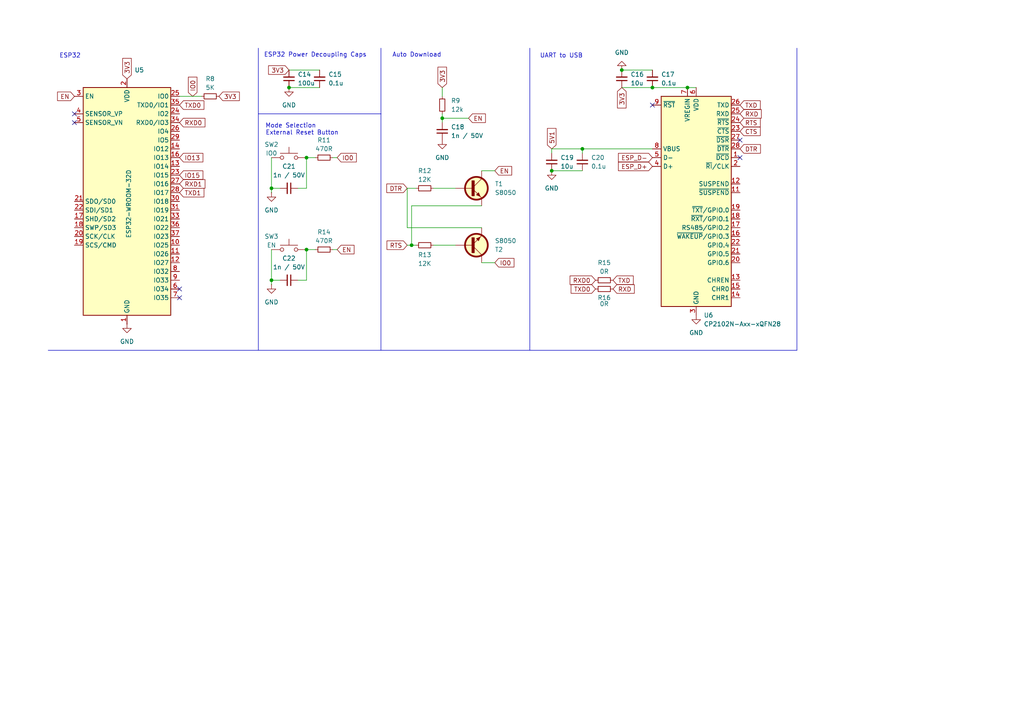
<source format=kicad_sch>
(kicad_sch (version 20231120) (generator "eeschema") (generator_version "8.0")
  (paper "A4")
  (lib_symbols
    (symbol "Device:C_Small" (pin_numbers hide) (pin_names (offset 0.254) hide)
      (property "Reference" "C" (at 0.254 1.778 0))
      (property "Value" "C_Small" (at 0.254 -2.032 0))
      (symbol "C_Small_0_1"
        (polyline (pts (xy -1.524 -0.508) (xy 1.524 -0.508)) (stroke (width 0.3302)))
        (polyline (pts (xy -1.524 0.508) (xy 1.524 0.508)) (stroke (width 0.3048)))
      )
      (symbol "C_Small_1_1"
        (pin passive line (at 0 2.54 270) (length 2.032) (name "~") (number "1"))
        (pin passive line (at 0 -2.54 90) (length 2.032) (name "~") (number "2"))
      )
    )
    (symbol "Device:R_Small" (pin_numbers hide) (pin_names (offset 0.254) hide)
      (property "Reference" "R" (at 0.762 0.508 0))
      (property "Value" "R_Small" (at 0.762 -1.016 0))
      (symbol "R_Small_0_1"
        (rectangle (start -0.762 1.778) (end 0.762 -1.778) (stroke (width 0.2032)))
      )
      (symbol "R_Small_1_1"
        (pin passive line (at 0 2.54 270) (length 0.762) (name "~") (number "1"))
        (pin passive line (at 0 -2.54 90) (length 0.762) (name "~") (number "2"))
      )
    )
    (symbol "Interface_USB:CP2102N-Axx-xQFN28"
      (property "Reference" "U" (at -8.89 31.75 0))
      (property "Value" "CP2102N-Axx-xQFN28" (at 12.7 31.75 0))
      (symbol "CP2102N-Axx-xQFN28_0_1"
        (rectangle (start -10.16 30.48) (end 10.16 -30.48) (stroke (width 0.254)) (fill (type background)))
      )
      (symbol "CP2102N-Axx-xQFN28_1_1"
        (pin input line (at 12.7 12.7 180) (length 2.54) (name "~{DCD}") (number "1"))
        (pin no_connect line (at -10.16 -27.94 0) (length 2.54) hide (name "NC") (number "10"))
        (pin output line (at 12.7 2.54 180) (length 2.54) (name "~{SUSPEND}") (number "11"))
        (pin output line (at 12.7 5.08 180) (length 2.54) (name "SUSPEND") (number "12"))
        (pin output line (at 12.7 -22.86 180) (length 2.54) (name "CHREN") (number "13"))
        (pin output line (at 12.7 -27.94 180) (length 2.54) (name "CHR1") (number "14"))
        (pin output line (at 12.7 -25.4 180) (length 2.54) (name "CHR0") (number "15"))
        (pin bidirectional line (at 12.7 -10.16 180) (length 2.54) (name "~{WAKEUP}/GPIO.3") (number "16"))
        (pin bidirectional line (at 12.7 -7.62 180) (length 2.54) (name "RS485/GPIO.2") (number "17"))
        (pin bidirectional line (at 12.7 -5.08 180) (length 2.54) (name "~{RXT}/GPIO.1") (number "18"))
        (pin bidirectional line (at 12.7 -2.54 180) (length 2.54) (name "~{TXT}/GPIO.0") (number "19"))
        (pin bidirectional line (at 12.7 10.16 180) (length 2.54) (name "~{RI}/CLK") (number "2"))
        (pin bidirectional line (at 12.7 -17.78 180) (length 2.54) (name "GPIO.6") (number "20"))
        (pin bidirectional line (at 12.7 -15.24 180) (length 2.54) (name "GPIO.5") (number "21"))
        (pin bidirectional line (at 12.7 -12.7 180) (length 2.54) (name "GPIO.4") (number "22"))
        (pin input line (at 12.7 20.32 180) (length 2.54) (name "~{CTS}") (number "23"))
        (pin output line (at 12.7 22.86 180) (length 2.54) (name "~{RTS}") (number "24"))
        (pin input line (at 12.7 25.4 180) (length 2.54) (name "RXD") (number "25"))
        (pin output line (at 12.7 27.94 180) (length 2.54) (name "TXD") (number "26"))
        (pin input line (at 12.7 17.78 180) (length 2.54) (name "~{DSR}") (number "27"))
        (pin output line (at 12.7 15.24 180) (length 2.54) (name "~{DTR}") (number "28"))
        (pin passive line (at 0 -33.02 90) (length 2.54) hide (name "GND") (number "29"))
        (pin power_in line (at 0 -33.02 90) (length 2.54) (name "GND") (number "3"))
        (pin bidirectional line (at -12.7 10.16 0) (length 2.54) (name "D+") (number "4"))
        (pin bidirectional line (at -12.7 12.7 0) (length 2.54) (name "D-") (number "5"))
        (pin power_in line (at 0 33.02 270) (length 2.54) (name "VDD") (number "6"))
        (pin power_in line (at -2.54 33.02 270) (length 2.54) (name "VREGIN") (number "7"))
        (pin input line (at -12.7 15.24 0) (length 2.54) (name "VBUS") (number "8"))
        (pin input line (at -12.7 27.94 0) (length 2.54) (name "~{RST}") (number "9"))
      )
    )
    (symbol "PCM_Elektuur:T-BJT-NPN" (pin_numbers hide) (pin_names (offset 0) hide)
      (property "Reference" "T" (at 3.175 3.81 0))
      (property "Value" "T-BJT-NPN" (at 3.175 -3.81 0))
      (symbol "T-BJT-NPN_1_0"
        (polyline (pts (xy 2.54 -2.794) (xy 0.381 -0.635)))
        (polyline (pts (xy 2.54 2.794) (xy 0.381 0.635)))
        (polyline (pts (xy 2.1082 -2.3622) (xy 1.651 -1.27) (xy 1.016 -1.905) (xy 2.1082 -2.3622)) (fill (type outline)))
        (pin passive line (at 2.54 5.08 270) (length 2.286) (name "C") (number "1"))
        (pin passive line (at -5.08 0 0) (length 4.826) (name "B") (number "2"))
        (pin passive line (at 2.54 -5.08 90) (length 2.286) (name "E") (number "3"))
      )
      (symbol "T-BJT-NPN_1_1"
        (rectangle (start -0.254 2.159) (end 0.381 -2.159) (stroke (width 0.254)) (fill (type outline)))
        (circle (center 1.016 0) (radius 3.302) (stroke (width 0.508)) (fill (type background)))
      )
      (symbol "T-BJT-NPN_1_2"
        (rectangle (start -0.254 2.159) (end 0.381 -2.159) (stroke (width 0.254)) (fill (type outline)))
      )
    )
    (symbol "RF_Module:ESP32-WROOM-32D"
      (property "Reference" "U" (at -12.7 34.29 0))
      (property "Value" "ESP32-WROOM-32D" (at 1.27 34.29 0))
      (symbol "ESP32-WROOM-32D_0_1"
        (rectangle (start -12.7 33.02) (end 12.7 -33.02) (stroke (width 0.254)) (fill (type background)))
      )
      (symbol "ESP32-WROOM-32D_1_1"
        (pin power_in line (at 0 -35.56 90) (length 2.54) (name "GND") (number "1"))
        (pin bidirectional line (at 15.24 -12.7 180) (length 2.54) (name "IO25") (number "10"))
        (pin bidirectional line (at 15.24 -15.24 180) (length 2.54) (name "IO26") (number "11"))
        (pin bidirectional line (at 15.24 -17.78 180) (length 2.54) (name "IO27") (number "12"))
        (pin bidirectional line (at 15.24 10.16 180) (length 2.54) (name "IO14") (number "13"))
        (pin bidirectional line (at 15.24 15.24 180) (length 2.54) (name "IO12") (number "14"))
        (pin passive line (at 0 -35.56 90) (length 2.54) hide (name "GND") (number "15"))
        (pin bidirectional line (at 15.24 12.7 180) (length 2.54) (name "IO13") (number "16"))
        (pin bidirectional line (at -15.24 -5.08 0) (length 2.54) (name "SHD/SD2") (number "17"))
        (pin bidirectional line (at -15.24 -7.62 0) (length 2.54) (name "SWP/SD3") (number "18"))
        (pin bidirectional line (at -15.24 -12.7 0) (length 2.54) (name "SCS/CMD") (number "19"))
        (pin power_in line (at 0 35.56 270) (length 2.54) (name "VDD") (number "2"))
        (pin bidirectional line (at -15.24 -10.16 0) (length 2.54) (name "SCK/CLK") (number "20"))
        (pin bidirectional line (at -15.24 0 0) (length 2.54) (name "SDO/SD0") (number "21"))
        (pin bidirectional line (at -15.24 -2.54 0) (length 2.54) (name "SDI/SD1") (number "22"))
        (pin bidirectional line (at 15.24 7.62 180) (length 2.54) (name "IO15") (number "23"))
        (pin bidirectional line (at 15.24 25.4 180) (length 2.54) (name "IO2") (number "24"))
        (pin bidirectional line (at 15.24 30.48 180) (length 2.54) (name "IO0") (number "25"))
        (pin bidirectional line (at 15.24 20.32 180) (length 2.54) (name "IO4") (number "26"))
        (pin bidirectional line (at 15.24 5.08 180) (length 2.54) (name "IO16") (number "27"))
        (pin bidirectional line (at 15.24 2.54 180) (length 2.54) (name "IO17") (number "28"))
        (pin bidirectional line (at 15.24 17.78 180) (length 2.54) (name "IO5") (number "29"))
        (pin input line (at -15.24 30.48 0) (length 2.54) (name "EN") (number "3"))
        (pin bidirectional line (at 15.24 0 180) (length 2.54) (name "IO18") (number "30"))
        (pin bidirectional line (at 15.24 -2.54 180) (length 2.54) (name "IO19") (number "31"))
        (pin no_connect line (at -12.7 -27.94 0) (length 2.54) hide (name "NC") (number "32"))
        (pin bidirectional line (at 15.24 -5.08 180) (length 2.54) (name "IO21") (number "33"))
        (pin bidirectional line (at 15.24 22.86 180) (length 2.54) (name "RXD0/IO3") (number "34"))
        (pin bidirectional line (at 15.24 27.94 180) (length 2.54) (name "TXD0/IO1") (number "35"))
        (pin bidirectional line (at 15.24 -7.62 180) (length 2.54) (name "IO22") (number "36"))
        (pin bidirectional line (at 15.24 -10.16 180) (length 2.54) (name "IO23") (number "37"))
        (pin passive line (at 0 -35.56 90) (length 2.54) hide (name "GND") (number "38"))
        (pin passive line (at 0 -35.56 90) (length 2.54) hide (name "GND") (number "39"))
        (pin input line (at -15.24 25.4 0) (length 2.54) (name "SENSOR_VP") (number "4"))
        (pin input line (at -15.24 22.86 0) (length 2.54) (name "SENSOR_VN") (number "5"))
        (pin input line (at 15.24 -25.4 180) (length 2.54) (name "IO34") (number "6"))
        (pin input line (at 15.24 -27.94 180) (length 2.54) (name "IO35") (number "7"))
        (pin bidirectional line (at 15.24 -20.32 180) (length 2.54) (name "IO32") (number "8"))
        (pin bidirectional line (at 15.24 -22.86 180) (length 2.54) (name "IO33") (number "9"))
      )
    )
    (symbol "Switch:SW_Push" (pin_numbers hide) (pin_names (offset 1.016) hide)
      (property "Reference" "SW" (at 1.27 2.54 0))
      (property "Value" "SW_Push" (at 0 -1.524 0))
      (symbol "SW_Push_0_1"
        (circle (center -2.032 0) (radius 0.508))
        (polyline (pts (xy 0 1.27) (xy 0 3.048)))
        (polyline (pts (xy 2.54 1.27) (xy -2.54 1.27)))
        (circle (center 2.032 0) (radius 0.508))
        (pin passive line (at -5.08 0 0) (length 2.54) (name "1") (number "1"))
        (pin passive line (at 5.08 0 180) (length 2.54) (name "2") (number "2"))
      )
    )
    (symbol "power:GND" (power) (pin_numbers hide) (pin_names (offset 0) hide)
      (property "Value" "GND" (at 0 -3.81 0))
      (symbol "GND_0_1"
        (polyline (pts (xy 0 0) (xy 0 -1.27) (xy 1.27 -1.27) (xy 0 -2.54) (xy -1.27 -1.27) (xy 0 -1.27)))
      )
      (symbol "GND_1_1"
        (pin power_in line (at 0 0 270) (length 0) (name "~") (number "1"))
      )
    )
  )
  (junction (at 160.02 49.53))
  (junction (at 128.27 34.29))
  (junction (at 180.34 20.32))
  (junction (at 78.74 54.61))
  (junction (at 83.82 25.4))
  (junction (at 168.91 43.18))
  (junction (at 78.74 81.28))
  (junction (at 119.38 71.12))
  (junction (at 199.39 25.4))
  (junction (at 88.9 72.39))
  (junction (at 88.9 45.72))
  (junction (at 189.23 25.4))
  (no_connect (at 214.63 40.64))
  (no_connect (at 214.63 45.72))
  (no_connect (at 21.59 35.56))
  (no_connect (at 52.07 86.36))
  (no_connect (at 52.07 83.82))
  (no_connect (at 189.23 30.48))
  (no_connect (at 21.59 33.02))
  (wire (pts (xy 118.11 71.12) (xy 119.38 71.12)))
  (wire (pts (xy 119.38 59.69) (xy 119.38 71.12)))
  (wire (pts (xy 128.27 34.29) (xy 128.27 35.56)))
  (wire (pts (xy 78.74 54.61) (xy 78.74 55.88)))
  (wire (pts (xy 135.89 34.29) (xy 128.27 34.29)))
  (polyline (pts (xy 13.97 101.6) (xy 74.93 101.6)))
  (wire (pts (xy 139.7 66.04) (xy 118.11 66.04)))
  (wire (pts (xy 86.36 81.28) (xy 88.9 81.28)))
  (wire (pts (xy 189.23 25.4) (xy 199.39 25.4)))
  (polyline (pts (xy 74.93 33.02) (xy 110.49 33.02)))
  (wire (pts (xy 199.39 25.4) (xy 201.93 25.4)))
  (wire (pts (xy 118.11 66.04) (xy 118.11 54.61)))
  (wire (pts (xy 78.74 72.39) (xy 78.74 81.28)))
  (wire (pts (xy 160.02 43.18) (xy 168.91 43.18)))
  (wire (pts (xy 78.74 81.28) (xy 78.74 82.55)))
  (polyline (pts (xy 153.67 13.97) (xy 153.67 101.6)))
  (wire (pts (xy 118.11 54.61) (xy 120.65 54.61)))
  (polyline (pts (xy 110.49 101.6) (xy 153.67 101.6)))
  (wire (pts (xy 119.38 71.12) (xy 120.65 71.12)))
  (polyline (pts (xy 74.93 13.97) (xy 74.93 101.6)))
  (polyline (pts (xy 110.49 101.6) (xy 110.49 33.02)))
  (wire (pts (xy 128.27 33.02) (xy 128.27 34.29)))
  (polyline (pts (xy 74.93 101.6) (xy 110.49 101.6)))
  (wire (pts (xy 168.91 43.18) (xy 168.91 44.45)))
  (polyline (pts (xy 153.67 101.6) (xy 231.14 101.6)))
  (wire (pts (xy 143.51 49.53) (xy 139.7 49.53)))
  (wire (pts (xy 81.28 54.61) (xy 78.74 54.61)))
  (wire (pts (xy 88.9 45.72) (xy 91.44 45.72)))
  (wire (pts (xy 97.79 72.39) (xy 96.52 72.39)))
  (wire (pts (xy 88.9 81.28) (xy 88.9 72.39)))
  (wire (pts (xy 189.23 43.18) (xy 168.91 43.18)))
  (polyline (pts (xy 231.14 13.97) (xy 231.14 101.6)))
  (wire (pts (xy 88.9 54.61) (xy 88.9 45.72)))
  (wire (pts (xy 128.27 25.4) (xy 128.27 27.94)))
  (wire (pts (xy 125.73 71.12) (xy 132.08 71.12)))
  (wire (pts (xy 180.34 20.32) (xy 189.23 20.32)))
  (wire (pts (xy 139.7 59.69) (xy 119.38 59.69)))
  (wire (pts (xy 83.82 25.4) (xy 92.71 25.4)))
  (wire (pts (xy 160.02 43.18) (xy 160.02 44.45)))
  (wire (pts (xy 97.79 45.72) (xy 96.52 45.72)))
  (polyline (pts (xy 110.49 13.97) (xy 110.49 33.02)))
  (wire (pts (xy 58.42 27.94) (xy 52.07 27.94)))
  (wire (pts (xy 81.28 81.28) (xy 78.74 81.28)))
  (wire (pts (xy 86.36 54.61) (xy 88.9 54.61)))
  (wire (pts (xy 143.51 76.2) (xy 139.7 76.2)))
  (wire (pts (xy 88.9 72.39) (xy 91.44 72.39)))
  (wire (pts (xy 125.73 54.61) (xy 132.08 54.61)))
  (wire (pts (xy 160.02 49.53) (xy 168.91 49.53)))
  (wire (pts (xy 83.82 20.32) (xy 92.71 20.32)))
  (wire (pts (xy 180.34 25.4) (xy 189.23 25.4)))
  (wire (pts (xy 78.74 45.72) (xy 78.74 54.61)))
  (text "Mode Selection" (at 84.328 36.576 0) (effects (font (size 1.27 1.27))))
  (text "ESP32 Power Decoupling Caps" (at 91.44 16.002 0) (effects (font (size 1.27 1.27))))
  (text "External Reset Button" (at 87.63 38.608 0) (effects (font (size 1.27 1.27))))
  (text "UART to USB" (at 162.814 16.256 0) (effects (font (size 1.27 1.27))))
  (text "Auto Download" (at 120.904 16.002 0) (effects (font (size 1.27 1.27))))
  (text "ESP32" (at 20.32 16.256 0) (effects (font (size 1.27 1.27))))
  (global_label "TXD" (shape input) (at 177.8 81.28 0) (property "Intersheetrefs" "${INTERSHEET_REFS}" (effects (hide yes))))
  (global_label "IO0" (shape input) (at 55.88 27.94 90) (property "Intersheetrefs" "${INTERSHEET_REFS}" (effects (hide yes))))
  (global_label "EN" (shape input) (at 97.79 72.39 0) (property "Intersheetrefs" "${INTERSHEET_REFS}" (effects (hide yes))))
  (global_label "EN" (shape input) (at 21.59 27.94 180) (property "Intersheetrefs" "${INTERSHEET_REFS}" (effects (hide yes))))
  (global_label "TXD1" (shape input) (at 52.07 55.88 0) (property "Intersheetrefs" "${INTERSHEET_REFS}" (effects (hide yes))))
  (global_label "RXD" (shape input) (at 177.8 83.82 0) (property "Intersheetrefs" "${INTERSHEET_REFS}" (effects (hide yes))))
  (global_label "3V3" (shape input) (at 83.82 20.32 180) (property "Intersheetrefs" "${INTERSHEET_REFS}" (effects (hide yes))))
  (global_label "CTS" (shape input) (at 214.63 38.1 0) (property "Intersheetrefs" "${INTERSHEET_REFS}" (effects (hide yes))))
  (global_label "RXD1" (shape input) (at 52.07 53.34 0) (property "Intersheetrefs" "${INTERSHEET_REFS}" (effects (hide yes))))
  (global_label "TXD" (shape input) (at 214.63 30.48 0) (property "Intersheetrefs" "${INTERSHEET_REFS}" (effects (hide yes))))
  (global_label "3V3" (shape input) (at 63.5 27.94 0) (property "Intersheetrefs" "${INTERSHEET_REFS}" (effects (hide yes))))
  (global_label "IO0" (shape input) (at 143.51 76.2 0) (property "Intersheetrefs" "${INTERSHEET_REFS}" (effects (hide yes))))
  (global_label "DTR" (shape input) (at 118.11 54.61 180) (property "Intersheetrefs" "${INTERSHEET_REFS}" (effects (hide yes))))
  (global_label "TXD0" (shape input) (at 52.07 30.48 0) (property "Intersheetrefs" "${INTERSHEET_REFS}" (effects (hide yes))))
  (global_label "3V3" (shape input) (at 36.83 22.86 90) (property "Intersheetrefs" "${INTERSHEET_REFS}" (effects (hide yes))))
  (global_label "RTS" (shape input) (at 118.11 71.12 180) (property "Intersheetrefs" "${INTERSHEET_REFS}" (effects (hide yes))))
  (global_label "RXD" (shape input) (at 214.63 33.02 0) (property "Intersheetrefs" "${INTERSHEET_REFS}" (effects (hide yes))))
  (global_label "RTS" (shape input) (at 214.63 35.56 0) (property "Intersheetrefs" "${INTERSHEET_REFS}" (effects (hide yes))))
  (global_label "ESP_D+" (shape input) (at 189.23 48.26 180) (property "Intersheetrefs" "${INTERSHEET_REFS}" (effects (hide yes))))
  (global_label "3V3" (shape input) (at 128.27 25.4 90) (property "Intersheetrefs" "${INTERSHEET_REFS}" (effects (hide yes))))
  (global_label "IO0" (shape input) (at 97.79 45.72 0) (property "Intersheetrefs" "${INTERSHEET_REFS}" (effects (hide yes))))
  (global_label "EN" (shape input) (at 143.51 49.53 0) (property "Intersheetrefs" "${INTERSHEET_REFS}" (effects (hide yes))))
  (global_label "TXD0" (shape input) (at 172.72 83.82 180) (property "Intersheetrefs" "${INTERSHEET_REFS}" (effects (hide yes))))
  (global_label "DTR" (shape input) (at 214.63 43.18 0) (property "Intersheetrefs" "${INTERSHEET_REFS}" (effects (hide yes))))
  (global_label "3V3" (shape input) (at 180.34 25.4 270) (property "Intersheetrefs" "${INTERSHEET_REFS}" (effects (hide yes))))
  (global_label "5V1" (shape input) (at 160.02 43.18 90) (property "Intersheetrefs" "${INTERSHEET_REFS}" (effects (hide yes))))
  (global_label "IO13" (shape input) (at 52.07 45.72 0) (property "Intersheetrefs" "${INTERSHEET_REFS}" (effects (hide yes))))
  (global_label "RXD0" (shape input) (at 172.72 81.28 180) (property "Intersheetrefs" "${INTERSHEET_REFS}" (effects (hide yes))))
  (global_label "ESP_D-" (shape input) (at 189.23 45.72 180) (property "Intersheetrefs" "${INTERSHEET_REFS}" (effects (hide yes))))
  (global_label "EN" (shape input) (at 135.89 34.29 0) (property "Intersheetrefs" "${INTERSHEET_REFS}" (effects (hide yes))))
  (global_label "IO15" (shape input) (at 52.07 50.8 0) (property "Intersheetrefs" "${INTERSHEET_REFS}" (effects (hide yes))))
  (global_label "RXD0" (shape input) (at 52.07 35.56 0) (property "Intersheetrefs" "${INTERSHEET_REFS}" (effects (hide yes))))
  (symbol (lib_id "power:GND") (at 78.74 55.88 0) (unit 1)
    (property "Reference" "#PWR021" (effects (hide yes)))
    (property "Value" "GND" (at 78.74 60.96 0))
    (property "Description" "Power symbol creates a global label with name \"GND\" , ground" (effects (hide yes)))
  )
  (symbol (lib_id "Device:R_Small") (at 93.98 45.72 270) (unit 1)
    (property "Reference" "R11" (at 93.98 40.64 90))
    (property "Value" "470R" (at 93.98 43.18 90))
    (property "Footprint" "Resistor_SMD:R_0805_2012Metric" (effects (hide yes)))
    (property "Description" "Resistor, small symbol" (effects (hide yes)))
  )
  (symbol (lib_id "power:GND") (at 78.74 82.55 0) (unit 1)
    (property "Reference" "#PWR022" (effects (hide yes)))
    (property "Value" "GND" (at 78.74 87.63 0))
    (property "Description" "Power symbol creates a global label with name \"GND\" , ground" (effects (hide yes)))
  )
  (symbol (lib_id "Device:R_Small") (at 128.27 30.48 180) (unit 1)
    (property "Reference" "R9" (at 130.81 29.2099 0) (effects (justify right)))
    (property "Value" "12k" (at 130.81 31.7499 0) (effects (justify right)))
    (property "Footprint" "Resistor_SMD:R_0805_2012Metric" (effects (hide yes)))
    (property "Description" "Resistor, small symbol" (effects (hide yes)))
  )
  (symbol (lib_id "Device:C_Small") (at 189.23 22.86 180) (unit 1)
    (property "Reference" "C17" (at 191.77 21.5835 0) (effects (justify right)))
    (property "Value" "0.1u" (at 191.77 24.1235 0) (effects (justify right)))
    (property "Footprint" "Capacitor_SMD:C_0805_2012Metric" (effects (hide yes)))
    (property "Description" "Unpolarized capacitor, small symbol" (effects (hide yes)))
  )
  (symbol (lib_id "power:GND") (at 160.02 49.53 0) (unit 1)
    (property "Reference" "#PWR020" (effects (hide yes)))
    (property "Value" "GND" (at 160.02 54.61 0))
    (property "Description" "Power symbol creates a global label with name \"GND\" , ground" (effects (hide yes)))
  )
  (symbol (lib_id "Device:R_Small") (at 175.26 81.28 270) (unit 1)
    (property "Reference" "R15" (at 175.26 76.2 90))
    (property "Value" "0R" (at 175.26 78.74 90))
    (property "Footprint" "Resistor_SMD:R_0805_2012Metric" (effects (hide yes)))
    (property "Description" "Resistor, small symbol" (effects (hide yes)))
  )
  (symbol (lib_id "Device:R_Small") (at 93.98 72.39 270) (unit 1)
    (property "Reference" "R14" (at 93.98 67.31 90))
    (property "Value" "470R" (at 93.98 69.85 90))
    (property "Footprint" "Resistor_SMD:R_0805_2012Metric" (effects (hide yes)))
    (property "Description" "Resistor, small symbol" (effects (hide yes)))
  )
  (symbol (lib_id "RF_Module:ESP32-WROOM-32D") (at 36.83 58.42 0) (unit 1)
    (property "Reference" "U5" (at 39.0241 20.32 0) (effects (justify left)))
    (property "Value" "ESP32-WROOM-32D" (at 37.338 69.088 90) (effects (justify left)))
    (property "Footprint" "RF_Module:ESP32-WROOM-32D" (effects (hide yes)))
    (property "Datasheet" "https://www.espressif.com/sites/default/files/documentation/esp32-wroom-32d_esp32-wroom-32u_datasheet_en.pdf" (effects (hide yes)))
    (property "Description" "RF Module, ESP32-D0WD SoC, Wi-Fi 802.11b/g/n, Bluetooth, BLE, 32-bit, 2.7-3.6V, onboard antenna, SMD" (effects (hide yes)))
  )
  (symbol (lib_id "Device:C_Small") (at 180.34 22.86 180) (unit 1)
    (property "Reference" "C16" (at 182.88 21.5835 0) (effects (justify right)))
    (property "Value" "10u" (at 182.88 24.1235 0) (effects (justify right)))
    (property "Footprint" "Capacitor_SMD:C_0805_2012Metric" (effects (hide yes)))
    (property "Description" "Unpolarized capacitor, small symbol" (effects (hide yes)))
  )
  (symbol (lib_id "Device:C_Small") (at 83.82 81.28 270) (unit 1)
    (property "Reference" "C22" (at 83.8136 74.93 90))
    (property "Value" "1n / 50V" (at 83.8136 77.47 90))
    (property "Footprint" "Capacitor_SMD:C_0805_2012Metric" (effects (hide yes)))
    (property "Description" "Unpolarized capacitor, small symbol" (effects (hide yes)))
  )
  (symbol (lib_id "PCM_Elektuur:T-BJT-NPN") (at 137.16 71.12 0) (mirror x) (unit 1)
    (property "Reference" "T2" (at 143.51 72.3901 0) (effects (justify left)))
    (property "Value" "S8050" (at 143.51 69.8501 0) (effects (justify left)))
    (property "Footprint" "Package_TO_SOT_SMD:TSOT-23" (effects (hide yes)))
    (property "Description" "bipolar junction transistor (BJT): NPN" (effects (hide yes)))
    (property "Field-1" "type=\"Q\" model=\"Q\" lib=\"semiconductor.lib\"" (effects (hide yes)))
  )
  (symbol (lib_id "power:GND") (at 36.83 93.98 0) (unit 1)
    (property "Reference" "#PWR024" (effects (hide yes)))
    (property "Value" "GND" (at 36.83 99.06 0))
    (property "Description" "Power symbol creates a global label with name \"GND\" , ground" (effects (hide yes)))
  )
  (symbol (lib_id "power:GND") (at 83.82 25.4 0) (unit 1)
    (property "Reference" "#PWR018" (effects (hide yes)))
    (property "Value" "GND" (at 83.82 30.48 0))
    (property "Description" "Power symbol creates a global label with name \"GND\" , ground" (effects (hide yes)))
  )
  (symbol (lib_id "Device:C_Small") (at 160.02 46.99 180) (unit 1)
    (property "Reference" "C19" (at 162.56 45.7135 0) (effects (justify right)))
    (property "Value" "10u" (at 162.56 48.2535 0) (effects (justify right)))
    (property "Footprint" "Capacitor_SMD:C_0805_2012Metric" (effects (hide yes)))
    (property "Description" "Unpolarized capacitor, small symbol" (effects (hide yes)))
  )
  (symbol (lib_id "Device:C_Small") (at 83.82 22.86 180) (unit 1)
    (property "Reference" "C14" (at 86.36 21.5835 0) (effects (justify right)))
    (property "Value" "100u" (at 86.36 24.1235 0) (effects (justify right)))
    (property "Footprint" "Capacitor_SMD:C_0805_2012Metric" (effects (hide yes)))
    (property "Description" "Unpolarized capacitor, small symbol" (effects (hide yes)))
  )
  (symbol (lib_id "Device:R_Small") (at 123.19 71.12 270) (unit 1)
    (property "Reference" "R13" (at 123.19 73.914 90))
    (property "Value" "12K" (at 123.19 76.454 90))
    (property "Footprint" "Resistor_SMD:R_0805_2012Metric" (effects (hide yes)))
    (property "Description" "Resistor, small symbol" (effects (hide yes)))
  )
  (symbol (lib_id "Device:C_Small") (at 83.82 54.61 270) (unit 1)
    (property "Reference" "C21" (at 83.8136 48.26 90))
    (property "Value" "1n / 50V" (at 83.8136 50.8 90))
    (property "Footprint" "Capacitor_SMD:C_0805_2012Metric" (effects (hide yes)))
    (property "Description" "Unpolarized capacitor, small symbol" (effects (hide yes)))
  )
  (symbol (lib_id "power:GND") (at 201.93 91.44 0) (unit 1)
    (property "Reference" "#PWR023" (effects (hide yes)))
    (property "Value" "GND" (at 201.93 96.52 0))
    (property "Description" "Power symbol creates a global label with name \"GND\" , ground" (effects (hide yes)))
  )
  (symbol (lib_id "Device:R_Small") (at 123.19 54.61 270) (unit 1)
    (property "Reference" "R12" (at 123.19 49.53 90))
    (property "Value" "12K" (at 123.19 52.07 90))
    (property "Footprint" "Resistor_SMD:R_0805_2012Metric" (effects (hide yes)))
    (property "Description" "Resistor, small symbol" (effects (hide yes)))
  )
  (symbol (lib_id "power:GND") (at 128.27 40.64 0) (unit 1)
    (property "Reference" "#PWR019" (effects (hide yes)))
    (property "Value" "GND" (at 128.27 45.72 0))
    (property "Description" "Power symbol creates a global label with name \"GND\" , ground" (effects (hide yes)))
  )
  (symbol (lib_id "Device:C_Small") (at 168.91 46.99 180) (unit 1)
    (property "Reference" "C20" (at 171.45 45.7135 0) (effects (justify right)))
    (property "Value" "0.1u" (at 171.45 48.2535 0) (effects (justify right)))
    (property "Footprint" "Capacitor_SMD:C_0805_2012Metric" (effects (hide yes)))
    (property "Description" "Unpolarized capacitor, small symbol" (effects (hide yes)))
  )
  (symbol (lib_id "Switch:SW_Push") (at 83.82 45.72 0) (unit 1)
    (property "Reference" "SW2" (at 78.74 41.91 0))
    (property "Value" "IO0" (at 78.74 44.45 0))
    (property "Footprint" "Button_Switch_SMD:SW_SPST_B3U-1000P" (effects (hide yes)))
    (property "Description" "Push button switch, generic, two pins" (effects (hide yes)))
  )
  (symbol (lib_id "PCM_Elektuur:T-BJT-NPN") (at 137.16 54.61 0) (unit 1)
    (property "Reference" "T1" (at 143.51 53.3399 0) (effects (justify left)))
    (property "Value" "S8050" (at 143.51 55.8799 0) (effects (justify left)))
    (property "Footprint" "Package_TO_SOT_SMD:TSOT-23" (effects (hide yes)))
    (property "Description" "bipolar junction transistor (BJT): NPN" (effects (hide yes)))
    (property "Field-1" "type=\"Q\" model=\"Q\" lib=\"semiconductor.lib\"" (effects (hide yes)))
  )
  (symbol (lib_id "Device:R_Small") (at 60.96 27.94 270) (unit 1)
    (property "Reference" "R8" (at 60.96 22.86 90))
    (property "Value" "5K" (at 60.96 25.4 90))
    (property "Footprint" "Resistor_SMD:R_0805_2012Metric" (effects (hide yes)))
    (property "Description" "Resistor, small symbol" (effects (hide yes)))
  )
  (symbol (lib_id "Switch:SW_Push") (at 83.82 72.39 0) (unit 1)
    (property "Reference" "SW3" (at 78.74 68.58 0))
    (property "Value" "EN" (at 78.74 71.12 0))
    (property "Footprint" "Button_Switch_SMD:SW_SPST_B3U-1000P" (effects (hide yes)))
    (property "Description" "Push button switch, generic, two pins" (effects (hide yes)))
  )
  (symbol (lib_id "power:GND") (at 180.34 20.32 180) (unit 1)
    (property "Reference" "#PWR017" (effects (hide yes)))
    (property "Value" "GND" (at 180.34 15.24 0))
    (property "Description" "Power symbol creates a global label with name \"GND\" , ground" (effects (hide yes)))
  )
  (symbol (lib_id "Device:C_Small") (at 128.27 38.1 180) (unit 1)
    (property "Reference" "C18" (at 130.81 36.8235 0) (effects (justify right)))
    (property "Value" "1n / 50V" (at 130.81 39.3635 0) (effects (justify right)))
    (property "Footprint" "Capacitor_SMD:C_0805_2012Metric" (effects (hide yes)))
    (property "Description" "Unpolarized capacitor, small symbol" (effects (hide yes)))
  )
  (symbol (lib_id "Device:C_Small") (at 92.71 22.86 180) (unit 1)
    (property "Reference" "C15" (at 95.25 21.5835 0) (effects (justify right)))
    (property "Value" "0.1u" (at 95.25 24.1235 0) (effects (justify right)))
    (property "Footprint" "Capacitor_SMD:C_0805_2012Metric" (effects (hide yes)))
    (property "Description" "Unpolarized capacitor, small symbol" (effects (hide yes)))
  )
  (symbol (lib_id "Interface_USB:CP2102N-Axx-xQFN28") (at 201.93 58.42 0) (unit 1)
    (property "Reference" "U6" (at 204.1241 91.44 0) (effects (justify left)))
    (property "Value" "CP2102N-Axx-xQFN28" (at 204.1241 93.98 0) (effects (justify left)))
    (property "Footprint" "Package_DFN_QFN:QFN-28-1EP_5x5mm_P0.5mm_EP3.1x3.1mm_ThermalVias" (effects (hide yes)))
    (property "Datasheet" "https://www.silabs.com/documents/public/data-sheets/cp2102n-datasheet.pdf" (effects (hide yes)))
    (property "Description" "USB to UART master bridge, QFN-28" (effects (hide yes)))
  )
  (symbol (lib_id "Device:R_Small") (at 175.26 83.82 270) (unit 1)
    (property "Reference" "R16" (at 175.26 86.36 90))
    (property "Value" "0R" (at 175.26 88.138 90))
    (property "Footprint" "Resistor_SMD:R_0805_2012Metric" (effects (hide yes)))
    (property "Description" "Resistor, small symbol" (effects (hide yes)))
  )
)
</source>
